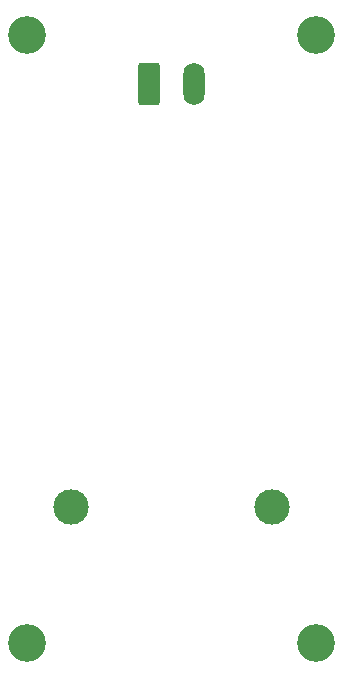
<source format=gts>
G04 #@! TF.GenerationSoftware,KiCad,Pcbnew,8.0.3*
G04 #@! TF.CreationDate,2024-08-26T20:18:44+02:00*
G04 #@! TF.ProjectId,battEliminator,62617474-456c-4696-9d69-6e61746f722e,0.1*
G04 #@! TF.SameCoordinates,Original*
G04 #@! TF.FileFunction,Soldermask,Top*
G04 #@! TF.FilePolarity,Negative*
%FSLAX46Y46*%
G04 Gerber Fmt 4.6, Leading zero omitted, Abs format (unit mm)*
G04 Created by KiCad (PCBNEW 8.0.3) date 2024-08-26 20:18:44*
%MOMM*%
%LPD*%
G01*
G04 APERTURE LIST*
G04 Aperture macros list*
%AMRoundRect*
0 Rectangle with rounded corners*
0 $1 Rounding radius*
0 $2 $3 $4 $5 $6 $7 $8 $9 X,Y pos of 4 corners*
0 Add a 4 corners polygon primitive as box body*
4,1,4,$2,$3,$4,$5,$6,$7,$8,$9,$2,$3,0*
0 Add four circle primitives for the rounded corners*
1,1,$1+$1,$2,$3*
1,1,$1+$1,$4,$5*
1,1,$1+$1,$6,$7*
1,1,$1+$1,$8,$9*
0 Add four rect primitives between the rounded corners*
20,1,$1+$1,$2,$3,$4,$5,0*
20,1,$1+$1,$4,$5,$6,$7,0*
20,1,$1+$1,$6,$7,$8,$9,0*
20,1,$1+$1,$8,$9,$2,$3,0*%
G04 Aperture macros list end*
%ADD10C,3.200000*%
%ADD11C,3.000000*%
%ADD12RoundRect,0.250000X-0.650000X-1.550000X0.650000X-1.550000X0.650000X1.550000X-0.650000X1.550000X0*%
%ADD13O,1.800000X3.600000*%
G04 APERTURE END LIST*
D10*
X115500000Y-90000000D03*
X140000000Y-90000000D03*
X140000000Y-141500000D03*
X115500000Y-141500000D03*
D11*
X136250000Y-130000000D03*
X119250000Y-130000000D03*
D12*
X125862500Y-94157500D03*
D13*
X129672500Y-94157500D03*
M02*

</source>
